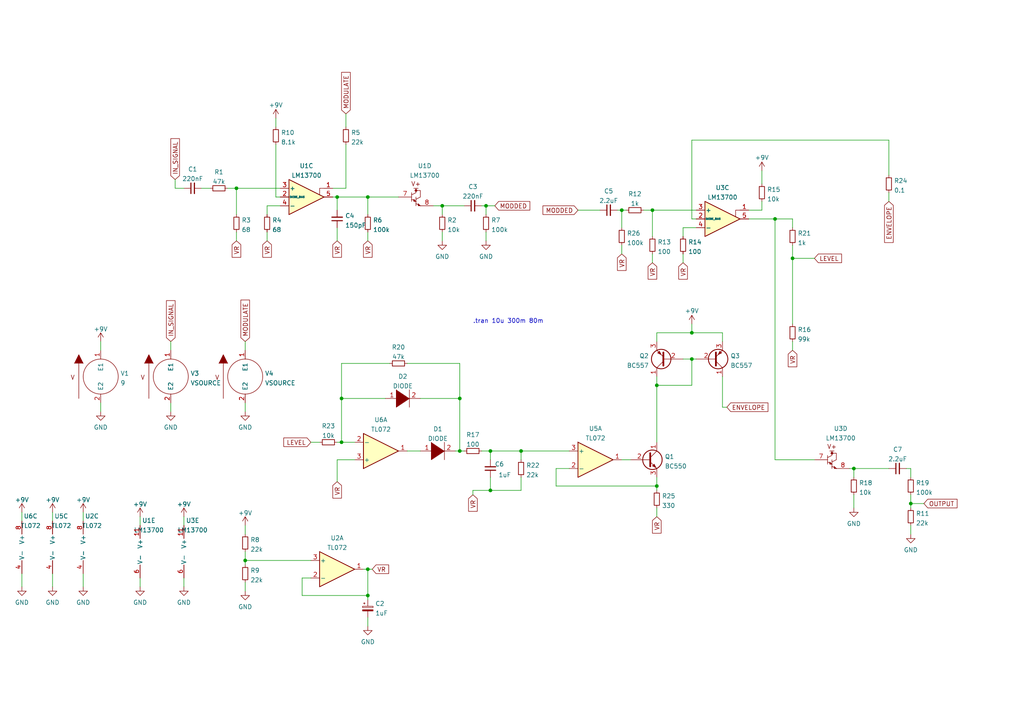
<source format=kicad_sch>
(kicad_sch (version 20211123) (generator eeschema)
  (paper "A4")
  (lib_symbols
    (symbol "Amplifier_Operational:LM13700" (pin_names (offset 0.127))
      (property "Reference" "U" (at 3.81 5.08 0))
      (property "Value" "LM13700" (at 5.08 -5.08 0))
      (symbol "LM13700_1_1"
        (polyline (pts (xy 3.81 -0.635) (xy 3.81 -2.54) (xy 5.08 -2.54)))
        (polyline (pts (xy 5.08 0) (xy -5.08 -5.08) (xy -5.08 5.08) (xy 5.08 0)) (stroke (width 0.254)) (fill (type background)))
        (pin output line (at 7.62 0 180) (length 2.54) (name "~") (number "12"))
        (pin input line (at -7.62 2.54 0) (length 2.54) (name "-") (number "13"))
        (pin input line (at -7.62 -2.54 0) (length 2.54) (name "+") (number "14"))
        (pin input line (at -7.62 0 0) (length 2.54) (name "DIODE_BIAS") (number "15"))
        (pin input line (at 7.62 -2.54 180) (length 2.54) (name "~") (number "16"))
      )
      (symbol "LM13700_2_0"
        (polyline (pts (xy -1.905 2.54) (xy -3.175 2.54)))
      )
      (symbol "LM13700_2_1"
        (circle (center -2.54 1.905) (radius 0.254) (stroke (width 0.254)) (fill (type outline)))
        (polyline (pts (xy -3.81 -0.635) (xy -2.54 -1.27)))
        (polyline (pts (xy -3.81 1.27) (xy -3.81 -1.27)))
        (polyline (pts (xy -2.54 -1.905) (xy -1.27 -2.54)))
        (polyline (pts (xy -2.54 0) (xy -2.54 -2.54)))
        (polyline (pts (xy -3.81 0.635) (xy -2.54 1.27) (xy -2.54 1.905) (xy -2.54 2.54)))
        (polyline (pts (xy -2.54 -1.27) (xy -3.175 -0.635) (xy -3.175 -1.27) (xy -2.54 -1.27)) (fill (type outline)))
        (polyline (pts (xy -2.54 -0.635) (xy -1.27 0) (xy -1.27 1.905) (xy -2.54 1.905)))
        (polyline (pts (xy -1.27 -2.54) (xy -1.905 -1.905) (xy -1.905 -2.54) (xy -1.27 -2.54)) (fill (type outline)))
        (text "V+" (at -2.54 3.81 0) (effects (font (size 1.27 1.27))))
        (pin input line (at -7.62 0 0) (length 3.81) (name "~") (number "10"))
        (pin output line (at 2.54 -2.54 180) (length 3.81) (name "~") (number "9"))
      )
      (symbol "LM13700_3_1"
        (polyline (pts (xy 3.81 -0.635) (xy 3.81 -2.54) (xy 5.08 -2.54)))
        (polyline (pts (xy 5.08 0) (xy -5.08 -5.08) (xy -5.08 5.08) (xy 5.08 0)) (stroke (width 0.254)) (fill (type background)))
        (pin input line (at 7.62 -2.54 180) (length 2.54) (name "~") (number "1"))
        (pin input line (at -7.62 0 0) (length 2.54) (name "DIODE_BIAS") (number "2"))
        (pin input line (at -7.62 -2.54 0) (length 2.54) (name "+") (number "3"))
        (pin input line (at -7.62 2.54 0) (length 2.54) (name "-") (number "4"))
        (pin output line (at 7.62 0 180) (length 2.54) (name "~") (number "5"))
      )
      (symbol "LM13700_4_0"
        (polyline (pts (xy -3.175 2.54) (xy -1.905 2.54)))
        (text "V+" (at -2.54 3.81 0) (effects (font (size 1.27 1.27))))
      )
      (symbol "LM13700_4_1"
        (circle (center -2.54 1.905) (radius 0.254) (stroke (width 0.254)) (fill (type outline)))
        (polyline (pts (xy -3.81 -0.635) (xy -2.54 -1.27)))
        (polyline (pts (xy -3.81 1.27) (xy -3.81 -1.27)))
        (polyline (pts (xy -2.54 -1.905) (xy -1.27 -2.54)))
        (polyline (pts (xy -2.54 0) (xy -2.54 -2.54)))
        (polyline (pts (xy -3.81 0.635) (xy -2.54 1.27) (xy -2.54 2.54)))
        (polyline (pts (xy -2.54 -1.27) (xy -3.175 -0.635) (xy -3.175 -1.27) (xy -2.54 -1.27)) (fill (type outline)))
        (polyline (pts (xy -2.54 -0.635) (xy -1.27 0) (xy -1.27 1.905) (xy -2.54 1.905)))
        (polyline (pts (xy -1.27 -2.54) (xy -1.905 -1.905) (xy -1.905 -2.54) (xy -1.27 -2.54)) (fill (type outline)))
        (pin input line (at -7.62 0 0) (length 3.81) (name "~") (number "7"))
        (pin output line (at 2.54 -2.54 180) (length 3.81) (name "~") (number "8"))
      )
      (symbol "LM13700_5_1"
        (pin power_in line (at -2.54 7.62 270) (length 3.81) (name "V+") (number "11"))
        (pin power_in line (at -2.54 -7.62 90) (length 3.81) (name "V-") (number "6"))
      )
    )
    (symbol "Amplifier_Operational:TL072" (pin_names (offset 0.127))
      (property "Reference" "U" (at 0 5.08 0))
      (property "Value" "TL072" (at 0 -5.08 0))
      (symbol "TL072_1_1"
        (polyline (pts (xy -5.08 5.08) (xy 5.08 0) (xy -5.08 -5.08) (xy -5.08 5.08)) (stroke (width 0.254)) (fill (type background)))
        (pin output line (at 7.62 0 180) (length 2.54) (name "~") (number "1"))
        (pin input line (at -7.62 -2.54 0) (length 2.54) (name "-") (number "2"))
        (pin input line (at -7.62 2.54 0) (length 2.54) (name "+") (number "3"))
      )
      (symbol "TL072_2_1"
        (polyline (pts (xy -5.08 5.08) (xy 5.08 0) (xy -5.08 -5.08) (xy -5.08 5.08)) (stroke (width 0.254)) (fill (type background)))
        (pin input line (at -7.62 2.54 0) (length 2.54) (name "+") (number "5"))
        (pin input line (at -7.62 -2.54 0) (length 2.54) (name "-") (number "6"))
        (pin output line (at 7.62 0 180) (length 2.54) (name "~") (number "7"))
      )
      (symbol "TL072_3_1"
        (pin power_in line (at -2.54 -7.62 90) (length 3.81) (name "V-") (number "4"))
        (pin power_in line (at -2.54 7.62 270) (length 3.81) (name "V+") (number "8"))
      )
    )
    (symbol "Device:CP_Small" (pin_numbers hide) (pin_names (offset 0.254) hide)
      (property "Reference" "C" (at 0.254 1.778 0))
      (property "Value" "CP_Small" (at 0.254 -2.032 0))
      (symbol "CP_Small_0_1"
        (rectangle (start -1.524 -0.3048) (end 1.524 -0.6858) (fill (type outline)))
        (rectangle (start -1.524 0.6858) (end 1.524 0.3048))
        (polyline (pts (xy -1.27 1.524) (xy -0.762 1.524)))
        (polyline (pts (xy -1.016 1.27) (xy -1.016 1.778)))
      )
      (symbol "CP_Small_1_1"
        (pin passive line (at 0 2.54 270) (length 1.8542) (name "~") (number "1"))
        (pin passive line (at 0 -2.54 90) (length 1.8542) (name "~") (number "2"))
      )
    )
    (symbol "Device:C_Small" (pin_numbers hide) (pin_names (offset 0.254) hide)
      (property "Reference" "C" (at 0.254 1.778 0))
      (property "Value" "C_Small" (at 0.254 -2.032 0))
      (symbol "C_Small_0_1"
        (polyline (pts (xy -1.524 -0.508) (xy 1.524 -0.508)) (stroke (width 0.3302)))
        (polyline (pts (xy -1.524 0.508) (xy 1.524 0.508)) (stroke (width 0.3048)))
      )
      (symbol "C_Small_1_1"
        (pin passive line (at 0 2.54 270) (length 2.032) (name "~") (number "1"))
        (pin passive line (at 0 -2.54 90) (length 2.032) (name "~") (number "2"))
      )
    )
    (symbol "Device:R_Small" (pin_numbers hide) (pin_names (offset 0.254) hide)
      (property "Reference" "R" (at 0.762 0.508 0))
      (property "Value" "R_Small" (at 0.762 -1.016 0))
      (symbol "R_Small_0_1"
        (rectangle (start -0.762 1.778) (end 0.762 -1.778) (stroke (width 0.2032)))
      )
      (symbol "R_Small_1_1"
        (pin passive line (at 0 2.54 270) (length 0.762) (name "~") (number "1"))
        (pin passive line (at 0 -2.54 90) (length 0.762) (name "~") (number "2"))
      )
    )
    (symbol "Transistor_BJT:BC550" (pin_names (offset 0) hide)
      (property "Reference" "Q" (at 5.08 1.905 0))
      (property "Value" "BC550" (at 5.08 0 0))
      (symbol "BC550_0_1"
        (polyline (pts (xy 0 0) (xy 0.635 0)))
        (polyline (pts (xy 0.635 0.635) (xy 2.54 2.54)))
        (polyline (pts (xy 0.635 -0.635) (xy 2.54 -2.54) (xy 2.54 -2.54)))
        (polyline (pts (xy 0.635 1.905) (xy 0.635 -1.905) (xy 0.635 -1.905)) (stroke (width 0.508)))
        (polyline (pts (xy 1.27 -1.778) (xy 1.778 -1.27) (xy 2.286 -2.286) (xy 1.27 -1.778) (xy 1.27 -1.778)) (fill (type outline)))
        (circle (center 1.27 0) (radius 2.8194) (stroke (width 0.254)))
      )
      (symbol "BC550_1_1"
        (pin passive line (at 2.54 5.08 270) (length 2.54) (name "C") (number "1"))
        (pin input line (at -5.08 0 0) (length 5.08) (name "B") (number "2"))
        (pin passive line (at 2.54 -5.08 90) (length 2.54) (name "E") (number "3"))
      )
    )
    (symbol "Transistor_BJT:BC557" (pin_names (offset 0) hide)
      (property "Reference" "Q" (at 5.08 1.905 0))
      (property "Value" "BC557" (at 5.08 0 0))
      (symbol "BC557_0_1"
        (polyline (pts (xy 0.635 0.635) (xy 2.54 2.54)))
        (polyline (pts (xy 0.635 -0.635) (xy 2.54 -2.54) (xy 2.54 -2.54)))
        (polyline (pts (xy 0.635 1.905) (xy 0.635 -1.905) (xy 0.635 -1.905)) (stroke (width 0.508)))
        (polyline (pts (xy 2.286 -1.778) (xy 1.778 -2.286) (xy 1.27 -1.27) (xy 2.286 -1.778) (xy 2.286 -1.778)) (fill (type outline)))
        (circle (center 1.27 0) (radius 2.8194) (stroke (width 0.254)))
      )
      (symbol "BC557_1_1"
        (pin passive line (at 2.54 5.08 270) (length 2.54) (name "C") (number "1"))
        (pin input line (at -5.08 0 0) (length 5.715) (name "B") (number "2"))
        (pin passive line (at 2.54 -5.08 90) (length 2.54) (name "E") (number "3"))
      )
    )
    (symbol "power:+9V" (power) (pin_names (offset 0))
      (property "Value" "+9V" (at 0 3.556 0))
      (symbol "+9V_0_1"
        (polyline (pts (xy -0.762 1.27) (xy 0 2.54)))
        (polyline (pts (xy 0 0) (xy 0 2.54)))
        (polyline (pts (xy 0 2.54) (xy 0.762 1.27)))
      )
      (symbol "+9V_1_1"
        (pin power_in line (at 0 0 90) (length 0) hide (name "+9V") (number "1"))
      )
    )
    (symbol "power:GND" (power) (pin_names (offset 0))
      (property "Value" "GND" (at 0 -3.81 0))
      (symbol "GND_0_1"
        (polyline (pts (xy 0 0) (xy 0 -1.27) (xy 1.27 -1.27) (xy 0 -2.54) (xy -1.27 -1.27) (xy 0 -1.27)))
      )
      (symbol "GND_1_1"
        (pin power_in line (at 0 0 270) (length 0) hide (name "GND") (number "1"))
      )
    )
    (symbol "pspice:DIODE" (pin_names (offset 1.016) hide)
      (property "Reference" "D" (at 0 3.81 0))
      (property "Value" "DIODE" (at 0 -4.445 0))
      (symbol "DIODE_0_1"
        (polyline (pts (xy 1.905 2.54) (xy 1.905 -2.54)))
        (polyline (pts (xy -1.905 2.54) (xy -1.905 -2.54) (xy 1.905 0)) (fill (type outline)))
      )
      (symbol "DIODE_1_1"
        (pin input line (at -5.08 0 0) (length 3.81) (name "K") (number "1"))
        (pin input line (at 5.08 0 180) (length 3.81) (name "A") (number "2"))
      )
    )
    (symbol "pspice:VSOURCE" (pin_names (offset 1.016))
      (property "Reference" "V" (at -6.35 7.62 0))
      (property "Value" "VSOURCE" (at 0 0 0))
      (symbol "VSOURCE_0_1"
        (polyline (pts (xy -6.35 -6.35) (xy -6.35 3.81)) (fill (type outline)))
        (polyline (pts (xy -7.62 3.81) (xy -6.35 6.35) (xy -5.08 3.81)) (fill (type outline)))
        (circle (center 0 0) (radius 5.08))
        (text "V" (at -8.128 -0.254 0) (effects (font (size 1.27 1.27))))
      )
      (symbol "VSOURCE_1_1"
        (pin input line (at 0 7.62 270) (length 2.54) (name "E1") (number "1"))
        (pin input line (at 0 -7.62 90) (length 2.54) (name "E2") (number "2"))
      )
    )
  )
  (junction (at 106.68 165.1))
  (junction (at 140.97 59.69))
  (junction (at 142.24 142.24))
  (junction (at 190.5 111.76))
  (junction (at 229.87 74.93))
  (junction (at 99.06 115.57))
  (junction (at 180.34 60.96))
  (junction (at 128.27 59.69))
  (junction (at 224.79 63.5))
  (junction (at 200.66 104.14))
  (junction (at 133.35 130.81))
  (junction (at 247.65 135.89))
  (junction (at 71.12 162.56))
  (junction (at 200.66 96.52))
  (junction (at 106.68 57.15))
  (junction (at 142.24 130.81))
  (junction (at 189.23 60.96))
  (junction (at 68.58 54.61))
  (junction (at 264.16 146.05))
  (junction (at 151.13 130.81))
  (junction (at 190.5 140.97))
  (junction (at 133.35 115.57))
  (junction (at 99.06 128.27))
  (junction (at 106.68 172.72))
  (junction (at 97.79 57.15))
  (wire (pts (xy 49.53 116.84) (xy 49.53 119.38)))
  (wire (pts (xy 71.12 160.02) (xy 71.12 162.56)))
  (wire (pts (xy 15.24 148.59) (xy 15.24 151.13)))
  (wire (pts (xy 50.8 52.07) (xy 50.8 54.61)))
  (wire (pts (xy 100.33 54.61) (xy 96.52 54.61)))
  (wire (pts (xy 133.35 105.41) (xy 133.35 115.57)))
  (wire (pts (xy 220.98 49.53) (xy 220.98 53.34)))
  (wire (pts (xy 264.16 146.05) (xy 267.97 146.05)))
  (wire (pts (xy 198.12 104.14) (xy 200.66 104.14)))
  (wire (pts (xy 247.65 135.89) (xy 257.81 135.89)))
  (wire (pts (xy 24.13 148.59) (xy 24.13 151.13)))
  (wire (pts (xy 77.47 59.69) (xy 77.47 62.23)))
  (wire (pts (xy 142.24 130.81) (xy 142.24 133.35)))
  (wire (pts (xy 190.5 138.43) (xy 190.5 140.97)))
  (wire (pts (xy 106.68 165.1) (xy 107.95 165.1)))
  (wire (pts (xy 200.66 96.52) (xy 209.55 96.52)))
  (wire (pts (xy 190.5 96.52) (xy 200.66 96.52)))
  (wire (pts (xy 217.17 63.5) (xy 224.79 63.5)))
  (wire (pts (xy 179.07 60.96) (xy 180.34 60.96)))
  (wire (pts (xy 180.34 60.96) (xy 181.61 60.96)))
  (wire (pts (xy 165.1 135.89) (xy 161.29 135.89)))
  (wire (pts (xy 180.34 71.12) (xy 180.34 73.66)))
  (wire (pts (xy 229.87 99.06) (xy 229.87 101.6)))
  (wire (pts (xy 111.76 115.57) (xy 99.06 115.57)))
  (wire (pts (xy 90.17 167.64) (xy 87.63 167.64)))
  (wire (pts (xy 71.12 152.4) (xy 71.12 154.94)))
  (wire (pts (xy 200.66 104.14) (xy 200.66 111.76)))
  (wire (pts (xy 68.58 54.61) (xy 68.58 62.23)))
  (wire (pts (xy 106.68 172.72) (xy 106.68 173.99)))
  (wire (pts (xy 80.01 57.15) (xy 81.28 57.15)))
  (wire (pts (xy 106.68 57.15) (xy 115.57 57.15)))
  (wire (pts (xy 66.04 54.61) (xy 68.58 54.61)))
  (wire (pts (xy 118.11 130.81) (xy 121.92 130.81)))
  (wire (pts (xy 229.87 71.12) (xy 229.87 74.93)))
  (wire (pts (xy 229.87 74.93) (xy 229.87 93.98)))
  (wire (pts (xy 200.66 93.98) (xy 200.66 96.52)))
  (wire (pts (xy 180.34 133.35) (xy 182.88 133.35)))
  (wire (pts (xy 58.42 54.61) (xy 60.96 54.61)))
  (wire (pts (xy 100.33 33.02) (xy 100.33 36.83)))
  (wire (pts (xy 97.79 128.27) (xy 99.06 128.27)))
  (wire (pts (xy 142.24 130.81) (xy 151.13 130.81)))
  (wire (pts (xy 132.08 130.81) (xy 133.35 130.81)))
  (wire (pts (xy 97.79 57.15) (xy 106.68 57.15)))
  (wire (pts (xy 189.23 73.66) (xy 189.23 76.2)))
  (wire (pts (xy 81.28 54.61) (xy 68.58 54.61)))
  (wire (pts (xy 24.13 166.37) (xy 24.13 170.18)))
  (wire (pts (xy 128.27 62.23) (xy 128.27 59.69)))
  (wire (pts (xy 15.24 166.37) (xy 15.24 170.18)))
  (wire (pts (xy 161.29 140.97) (xy 190.5 140.97)))
  (wire (pts (xy 49.53 99.06) (xy 49.53 101.6)))
  (wire (pts (xy 257.81 55.88) (xy 257.81 58.42)))
  (wire (pts (xy 106.68 57.15) (xy 106.68 62.23)))
  (wire (pts (xy 140.97 62.23) (xy 140.97 59.69)))
  (wire (pts (xy 106.68 179.07) (xy 106.68 181.61)))
  (wire (pts (xy 97.79 133.35) (xy 97.79 139.7)))
  (wire (pts (xy 247.65 135.89) (xy 247.65 138.43)))
  (wire (pts (xy 200.66 63.5) (xy 201.93 63.5)))
  (wire (pts (xy 151.13 142.24) (xy 142.24 142.24)))
  (wire (pts (xy 198.12 73.66) (xy 198.12 76.2)))
  (wire (pts (xy 6.35 148.59) (xy 6.35 151.13)))
  (wire (pts (xy 200.66 40.64) (xy 200.66 63.5)))
  (wire (pts (xy 190.5 111.76) (xy 190.5 128.27)))
  (wire (pts (xy 81.28 59.69) (xy 77.47 59.69)))
  (wire (pts (xy 151.13 130.81) (xy 151.13 133.35)))
  (wire (pts (xy 29.21 99.06) (xy 29.21 101.6)))
  (wire (pts (xy 106.68 165.1) (xy 105.41 165.1)))
  (wire (pts (xy 247.65 143.51) (xy 247.65 147.32)))
  (wire (pts (xy 224.79 133.35) (xy 236.22 133.35)))
  (wire (pts (xy 209.55 118.11) (xy 210.82 118.11)))
  (wire (pts (xy 99.06 115.57) (xy 99.06 128.27)))
  (wire (pts (xy 106.68 172.72) (xy 106.68 165.1)))
  (wire (pts (xy 71.12 99.06) (xy 71.12 101.6)))
  (wire (pts (xy 71.12 162.56) (xy 71.12 163.83)))
  (wire (pts (xy 264.16 143.51) (xy 264.16 146.05)))
  (wire (pts (xy 99.06 105.41) (xy 99.06 115.57)))
  (wire (pts (xy 142.24 138.43) (xy 142.24 142.24)))
  (wire (pts (xy 151.13 130.81) (xy 165.1 130.81)))
  (wire (pts (xy 80.01 34.29) (xy 80.01 36.83)))
  (wire (pts (xy 200.66 104.14) (xy 201.93 104.14)))
  (wire (pts (xy 139.7 130.81) (xy 142.24 130.81)))
  (wire (pts (xy 220.98 60.96) (xy 217.17 60.96)))
  (wire (pts (xy 128.27 59.69) (xy 125.73 59.69)))
  (wire (pts (xy 128.27 67.31) (xy 128.27 69.85)))
  (wire (pts (xy 257.81 40.64) (xy 200.66 40.64)))
  (wire (pts (xy 99.06 105.41) (xy 113.03 105.41)))
  (wire (pts (xy 87.63 167.64) (xy 87.63 172.72)))
  (wire (pts (xy 71.12 162.56) (xy 90.17 162.56)))
  (wire (pts (xy 264.16 146.05) (xy 264.16 147.32)))
  (wire (pts (xy 97.79 66.04) (xy 97.79 69.85)))
  (wire (pts (xy 50.8 54.61) (xy 53.34 54.61)))
  (wire (pts (xy 189.23 60.96) (xy 189.23 68.58)))
  (wire (pts (xy 77.47 67.31) (xy 77.47 69.85)))
  (wire (pts (xy 137.16 142.24) (xy 137.16 143.51)))
  (wire (pts (xy 264.16 135.89) (xy 264.16 138.43)))
  (wire (pts (xy 97.79 57.15) (xy 97.79 60.96)))
  (wire (pts (xy 106.68 67.31) (xy 106.68 69.85)))
  (wire (pts (xy 133.35 130.81) (xy 134.62 130.81)))
  (wire (pts (xy 71.12 116.84) (xy 71.12 119.38)))
  (wire (pts (xy 97.79 133.35) (xy 102.87 133.35)))
  (wire (pts (xy 201.93 60.96) (xy 189.23 60.96)))
  (wire (pts (xy 201.93 66.04) (xy 198.12 66.04)))
  (wire (pts (xy 53.34 149.86) (xy 53.34 152.4)))
  (wire (pts (xy 40.64 149.86) (xy 40.64 152.4)))
  (wire (pts (xy 264.16 152.4) (xy 264.16 154.94)))
  (wire (pts (xy 90.17 128.27) (xy 92.71 128.27)))
  (wire (pts (xy 100.33 41.91) (xy 100.33 54.61)))
  (wire (pts (xy 87.63 172.72) (xy 106.68 172.72)))
  (wire (pts (xy 29.21 116.84) (xy 29.21 119.38)))
  (wire (pts (xy 262.89 135.89) (xy 264.16 135.89)))
  (wire (pts (xy 209.55 96.52) (xy 209.55 99.06)))
  (wire (pts (xy 209.55 109.22) (xy 209.55 118.11)))
  (wire (pts (xy 198.12 66.04) (xy 198.12 68.58)))
  (wire (pts (xy 229.87 74.93) (xy 236.22 74.93)))
  (wire (pts (xy 142.24 142.24) (xy 137.16 142.24)))
  (wire (pts (xy 40.64 167.64) (xy 40.64 170.18)))
  (wire (pts (xy 224.79 63.5) (xy 224.79 133.35)))
  (wire (pts (xy 71.12 168.91) (xy 71.12 171.45)))
  (wire (pts (xy 96.52 57.15) (xy 97.79 57.15)))
  (wire (pts (xy 190.5 147.32) (xy 190.5 149.86)))
  (wire (pts (xy 180.34 60.96) (xy 180.34 66.04)))
  (wire (pts (xy 80.01 41.91) (xy 80.01 57.15)))
  (wire (pts (xy 224.79 63.5) (xy 229.87 63.5)))
  (wire (pts (xy 200.66 111.76) (xy 190.5 111.76)))
  (wire (pts (xy 140.97 59.69) (xy 143.51 59.69)))
  (wire (pts (xy 167.64 60.96) (xy 173.99 60.96)))
  (wire (pts (xy 190.5 99.06) (xy 190.5 96.52)))
  (wire (pts (xy 220.98 58.42) (xy 220.98 60.96)))
  (wire (pts (xy 190.5 111.76) (xy 190.5 109.22)))
  (wire (pts (xy 139.7 59.69) (xy 140.97 59.69)))
  (wire (pts (xy 190.5 140.97) (xy 190.5 142.24)))
  (wire (pts (xy 257.81 40.64) (xy 257.81 50.8)))
  (wire (pts (xy 186.69 60.96) (xy 189.23 60.96)))
  (wire (pts (xy 246.38 135.89) (xy 247.65 135.89)))
  (wire (pts (xy 140.97 67.31) (xy 140.97 69.85)))
  (wire (pts (xy 128.27 59.69) (xy 134.62 59.69)))
  (wire (pts (xy 53.34 167.64) (xy 53.34 170.18)))
  (wire (pts (xy 229.87 63.5) (xy 229.87 66.04)))
  (wire (pts (xy 6.35 166.37) (xy 6.35 170.18)))
  (wire (pts (xy 102.87 128.27) (xy 99.06 128.27)))
  (wire (pts (xy 118.11 105.41) (xy 133.35 105.41)))
  (wire (pts (xy 68.58 67.31) (xy 68.58 69.85)))
  (wire (pts (xy 121.92 115.57) (xy 133.35 115.57)))
  (wire (pts (xy 151.13 138.43) (xy 151.13 142.24)))
  (wire (pts (xy 161.29 135.89) (xy 161.29 140.97)))
  (wire (pts (xy 133.35 115.57) (xy 133.35 130.81)))
  (text ".tran 10u 300m 80m" (at 137.16 93.98 0) (effects (font (size 1.27 1.27)) (justify left bottom)))
  (global_label "VR" (shape input) (at 229.87 101.6 270) (property "Intersheet References" "${INTERSHEET_REFS}" (effects hide)))
  (global_label "MODULATE" (shape input) (at 71.12 99.06 90) (property "Intersheet References" "${INTERSHEET_REFS}" (effects hide)))
  (global_label "MODULATE" (shape input) (at 100.33 33.02 90) (property "Intersheet References" "${INTERSHEET_REFS}" (effects hide)))
  (global_label "LEVEL" (shape input) (at 90.17 128.27 180) (property "Intersheet References" "${INTERSHEET_REFS}" (effects hide)))
  (global_label "VR" (shape input) (at 198.12 76.2 270) (property "Intersheet References" "${INTERSHEET_REFS}" (effects hide)))
  (global_label "VR" (shape input) (at 97.79 69.85 270) (property "Intersheet References" "${INTERSHEET_REFS}" (effects hide)))
  (global_label "VR" (shape input) (at 68.58 69.85 270) (property "Intersheet References" "${INTERSHEET_REFS}" (effects hide)))
  (global_label "LEVEL" (shape input) (at 236.22 74.93 0) (property "Intersheet References" "${INTERSHEET_REFS}" (effects hide)))
  (global_label "VR" (shape input) (at 106.68 69.85 270) (property "Intersheet References" "${INTERSHEET_REFS}" (effects hide)))
  (global_label "ENVELOPE" (shape input) (at 257.81 58.42 270) (property "Intersheet References" "${INTERSHEET_REFS}" (effects hide)))
  (global_label "VR" (shape input) (at 97.79 139.7 270) (property "Intersheet References" "${INTERSHEET_REFS}" (effects hide)))
  (global_label "MODDED" (shape input) (at 143.51 59.69 0) (property "Intersheet References" "${INTERSHEET_REFS}" (effects hide)))
  (global_label "VR" (shape input) (at 137.16 143.51 270) (property "Intersheet References" "${INTERSHEET_REFS}" (effects hide)))
  (global_label "OUTPUT" (shape input) (at 267.97 146.05 0) (property "Intersheet References" "${INTERSHEET_REFS}" (effects hide)))
  (global_label "VR" (shape input) (at 189.23 76.2 270) (property "Intersheet References" "${INTERSHEET_REFS}" (effects hide)))
  (global_label "MODDED" (shape input) (at 167.64 60.96 180) (property "Intersheet References" "${INTERSHEET_REFS}" (effects hide)))
  (global_label "VR" (shape input) (at 180.34 73.66 270) (property "Intersheet References" "${INTERSHEET_REFS}" (effects hide)))
  (global_label "VR" (shape input) (at 77.47 69.85 270) (property "Intersheet References" "${INTERSHEET_REFS}" (effects hide)))
  (global_label "ENVELOPE" (shape input) (at 210.82 118.11 0) (property "Intersheet References" "${INTERSHEET_REFS}" (effects hide)))
  (global_label "VR" (shape input) (at 107.95 165.1 0) (property "Intersheet References" "${INTERSHEET_REFS}" (effects hide)))
  (global_label "IN_SIGNAL" (shape input) (at 49.53 99.06 90) (property "Intersheet References" "${INTERSHEET_REFS}" (effects hide)))
  (global_label "IN_SIGNAL" (shape input) (at 50.8 52.07 90) (property "Intersheet References" "${INTERSHEET_REFS}" (effects hide)))
  (global_label "VR" (shape input) (at 190.5 149.86 270) (property "Intersheet References" "${INTERSHEET_REFS}" (effects hide)))
  (symbol (lib_id "power:+9V") (at 24.13 148.59 0) (unit 1)
    (property "Reference" "#PWR012" (effects hide))
    (property "Value" "+9V" (at 24.13 144.9855 0))
  )
  (symbol (lib_id "power:GND") (at 40.64 170.18 0) (unit 1)
    (property "Reference" "#PWR07" (effects hide))
    (property "Value" "GND" (at 40.64 174.7425 0))
  )
  (symbol (lib_id "power:+9V") (at 15.24 148.59 0) (unit 1)
    (property "Reference" "#PWR021" (effects hide))
    (property "Value" "+9V" (at 15.24 144.9855 0))
  )
  (symbol (lib_id "power:+9V") (at 71.12 152.4 0) (unit 1)
    (property "Reference" "#PWR09" (effects hide))
    (property "Value" "+9V" (at 71.12 148.7955 0))
  )
  (symbol (lib_id "power:+9V") (at 6.35 148.59 0) (unit 1)
    (property "Reference" "#PWR023" (effects hide))
    (property "Value" "+9V" (at 6.35 144.9855 0))
  )
  (symbol (lib_id "power:GND") (at 71.12 119.38 0) (unit 1)
    (property "Reference" "#PWR013" (effects hide))
    (property "Value" "GND" (at 71.12 123.9425 0))
  )
  (symbol (lib_id "Device:R_Small") (at 100.33 39.37 0) (unit 1)
    (property "Reference" "R5" (at 101.8286 38.4615 0) (effects (justify left)))
    (property "Value" "22k" (at 101.8286 41.2366 0) (effects (justify left)))
  )
  (symbol (lib_id "Device:R_Small") (at 71.12 157.48 0) (unit 1)
    (property "Reference" "R8" (at 72.6186 156.5715 0) (effects (justify left)))
    (property "Value" "22k" (at 72.6186 159.3466 0) (effects (justify left)))
  )
  (symbol (lib_id "power:GND") (at 24.13 170.18 0) (unit 1)
    (property "Reference" "#PWR014" (effects hide))
    (property "Value" "GND" (at 24.13 174.7425 0))
  )
  (symbol (lib_id "Device:R_Small") (at 264.16 140.97 0) (unit 1)
    (property "Reference" "R19" (at 265.6586 140.0615 0) (effects (justify left)))
    (property "Value" "100k" (at 265.6586 142.8366 0) (effects (justify left)))
  )
  (symbol (lib_id "Device:R_Small") (at 184.15 60.96 90) (unit 1)
    (property "Reference" "R12" (at 184.15 56.2569 90))
    (property "Value" "1k" (at 184.15 59.032 90))
  )
  (symbol (lib_id "Device:R_Small") (at 180.34 68.58 0) (unit 1)
    (property "Reference" "R26" (at 181.8386 67.6715 0) (effects (justify left)))
    (property "Value" "100k" (at 181.8386 70.4466 0) (effects (justify left)))
  )
  (symbol (lib_id "power:GND") (at 53.34 170.18 0) (unit 1)
    (property "Reference" "#PWR04" (effects hide))
    (property "Value" "GND" (at 53.34 174.7425 0))
  )
  (symbol (lib_id "pspice:DIODE") (at 116.84 115.57 0) (unit 1)
    (property "Reference" "D2" (at 116.84 109.1905 0))
    (property "Value" "DIODE" (at 116.84 111.9656 0))
    (property "Spice_Primitive" "X" (effects hide))
    (property "Spice_Model" "1N4148" (effects hide))
    (property "Spice_Netlist_Enabled" "Y" (effects hide))
    (property "Spice_Lib_File" "1n4148.lib" (effects hide))
  )
  (symbol (lib_id "Device:R_Small") (at 106.68 64.77 0) (unit 1)
    (property "Reference" "R6" (at 108.1786 63.8615 0) (effects (justify left)))
    (property "Value" "100k" (at 108.1786 66.6366 0) (effects (justify left)))
  )
  (symbol (lib_id "Device:C_Small") (at 260.35 135.89 90) (unit 1)
    (property "Reference" "C7" (at 260.3563 130.3614 90))
    (property "Value" "2.2uF" (at 260.3563 133.1365 90))
  )
  (symbol (lib_id "Device:R_Small") (at 68.58 64.77 0) (unit 1)
    (property "Reference" "R3" (at 70.0786 63.8615 0) (effects (justify left)))
    (property "Value" "68" (at 70.0786 66.6366 0) (effects (justify left)))
  )
  (symbol (lib_id "Device:R_Small") (at 198.12 71.12 0) (unit 1)
    (property "Reference" "R14" (at 199.6186 70.2115 0) (effects (justify left)))
    (property "Value" "100" (at 199.6186 72.9866 0) (effects (justify left)))
  )
  (symbol (lib_id "Device:R_Small") (at 77.47 64.77 0) (unit 1)
    (property "Reference" "R4" (at 78.9686 63.8615 0) (effects (justify left)))
    (property "Value" "68" (at 78.9686 66.6366 0) (effects (justify left)))
  )
  (symbol (lib_id "Device:R_Small") (at 220.98 55.88 0) (unit 1)
    (property "Reference" "R15" (at 222.4786 54.9715 0) (effects (justify left)))
    (property "Value" "10k" (at 222.4786 57.7466 0) (effects (justify left)))
  )
  (symbol (lib_id "Amplifier_Operational:TL072") (at 172.72 133.35 0) (unit 1)
    (property "Reference" "U5" (at 172.72 124.3035 0))
    (property "Value" "TL072" (at 172.72 127.0786 0))
    (property "Datasheet" "http://www.ti.com/lit/ds/symlink/tl071.pdf" (effects hide))
    (property "Spice_Primitive" "X" (effects hide))
    (property "Spice_Model" "TL072" (effects hide))
    (property "Spice_Netlist_Enabled" "Y" (effects hide))
    (property "Spice_Lib_File" "TL072.301" (effects hide))
    (property "Spice_Node_Sequence" "3 2 8 4 1" (effects hide))
  )
  (symbol (lib_id "pspice:VSOURCE") (at 71.12 109.22 0) (unit 1)
    (property "Reference" "V4" (at 76.835 108.3115 0) (effects (justify left)))
    (property "Value" "VSOURCE" (at 76.835 111.0866 0) (effects (justify left)))
    (property "Spice_Primitive" "V" (effects hide))
    (property "Spice_Model" "dc 0 pulse(2 5 1m 1m 1m 100m 200m)" (effects hide))
    (property "Spice_Netlist_Enabled" "Y" (effects hide))
  )
  (symbol (lib_id "power:GND") (at 15.24 170.18 0) (unit 1)
    (property "Reference" "#PWR022" (effects hide))
    (property "Value" "GND" (at 15.24 174.7425 0))
  )
  (symbol (lib_id "Transistor_BJT:BC557") (at 193.04 104.14 180) (unit 1)
    (property "Reference" "Q2" (at 188.1886 103.2315 0) (effects (justify left)))
    (property "Value" "BC557" (at 188.1886 106.0066 0) (effects (justify left)))
    (property "Footprint" "Package_TO_SOT_THT:TO-92_Inline" (effects hide))
    (property "Datasheet" "https://www.onsemi.com/pub/Collateral/BC556BTA-D.pdf" (effects hide))
    (property "Spice_Primitive" "Q" (effects hide))
    (property "Spice_Model" "Qbc807-16lt1g" (effects hide))
    (property "Spice_Netlist_Enabled" "Y" (effects hide))
    (property "Spice_Lib_File" "BC807-16L_LIB.LIB" (effects hide))
  )
  (symbol (lib_id "Device:CP_Small") (at 106.68 176.53 0) (unit 1)
    (property "Reference" "C2" (at 108.839 175.0754 0) (effects (justify left)))
    (property "Value" "1uF" (at 108.839 177.8505 0) (effects (justify left)))
  )
  (symbol (lib_id "Amplifier_Operational:LM13700") (at 55.88 160.02 0) (unit 5)
    (property "Reference" "U3" (at 55.88 150.9735 0))
    (property "Value" "LM13700" (at 55.88 153.7486 0))
    (property "Datasheet" "http://www.ti.com/lit/ds/symlink/lm13700.pdf" (effects hide))
    (property "Spice_Primitive" "X" (effects hide))
    (property "Spice_Model" "LM13700/NS" (effects hide))
    (property "Spice_Netlist_Enabled" "Y" (effects hide))
    (property "Spice_Lib_File" "LM13700.MOD" (effects hide))
  )
  (symbol (lib_id "Amplifier_Operational:TL072") (at 110.49 130.81 0) (mirror x) (unit 1)
    (property "Reference" "U6" (at 110.49 121.7635 0))
    (property "Value" "TL072" (at 110.49 124.5386 0))
    (property "Datasheet" "http://www.ti.com/lit/ds/symlink/tl071.pdf" (effects hide))
    (property "Spice_Primitive" "X" (effects hide))
    (property "Spice_Model" "TL072" (effects hide))
    (property "Spice_Netlist_Enabled" "Y" (effects hide))
    (property "Spice_Lib_File" "TL072.301" (effects hide))
    (property "Spice_Node_Sequence" "3 2 8 4 1" (effects hide))
  )
  (symbol (lib_id "power:+9V") (at 53.34 149.86 0) (unit 1)
    (property "Reference" "#PWR03" (effects hide))
    (property "Value" "+9V" (at 53.34 146.2555 0))
  )
  (symbol (lib_id "power:+9V") (at 220.98 49.53 0) (unit 1)
    (property "Reference" "#PWR017" (effects hide))
    (property "Value" "+9V" (at 220.98 45.72 0))
  )
  (symbol (lib_id "power:GND") (at 106.68 181.61 0) (unit 1)
    (property "Reference" "#PWR015" (effects hide))
    (property "Value" "GND" (at 106.68 186.1725 0))
  )
  (symbol (lib_id "Device:C_Small") (at 55.88 54.61 90) (unit 1)
    (property "Reference" "C1" (at 55.8863 49.0814 90))
    (property "Value" "220nF" (at 55.8863 51.8565 90))
  )
  (symbol (lib_id "power:+9V") (at 200.66 93.98 0) (unit 1)
    (property "Reference" "#PWR020" (effects hide))
    (property "Value" "+9V" (at 200.66 90.17 0))
  )
  (symbol (lib_id "power:GND") (at 71.12 171.45 0) (unit 1)
    (property "Reference" "#PWR010" (effects hide))
    (property "Value" "GND" (at 71.12 176.0125 0))
  )
  (symbol (lib_id "Device:R_Small") (at 140.97 64.77 0) (unit 1)
    (property "Reference" "R7" (at 142.4686 63.8615 0) (effects (justify left)))
    (property "Value" "100k" (at 142.4686 66.6366 0) (effects (justify left)))
  )
  (symbol (lib_id "Amplifier_Operational:LM13700") (at 209.55 63.5 0) (mirror x) (unit 3)
    (property "Reference" "U3" (at 209.55 54.4535 0))
    (property "Value" "LM13700" (at 209.55 57.2286 0))
    (property "Datasheet" "http://www.ti.com/lit/ds/symlink/lm13700.pdf" (effects hide))
    (property "Spice_Primitive" "X" (effects hide))
    (property "Spice_Model" "LM13700/NS" (effects hide))
    (property "Spice_Netlist_Enabled" "Y" (effects hide))
    (property "Spice_Lib_File" "LM13700.MOD" (effects hide))
  )
  (symbol (lib_id "Amplifier_Operational:LM13700") (at 243.84 133.35 0) (unit 4)
    (property "Reference" "U3" (at 243.84 124.3035 0))
    (property "Value" "LM13700" (at 243.84 127.0786 0))
    (property "Datasheet" "http://www.ti.com/lit/ds/symlink/lm13700.pdf" (effects hide))
    (property "Spice_Primitive" "X" (effects hide))
    (property "Spice_Model" "LM13700/NS" (effects hide))
    (property "Spice_Netlist_Enabled" "Y" (effects hide))
    (property "Spice_Lib_File" "LM13700.MOD" (effects hide))
  )
  (symbol (lib_id "Device:R_Small") (at 63.5 54.61 90) (unit 1)
    (property "Reference" "R1" (at 63.5 49.9069 90))
    (property "Value" "47k" (at 63.5 52.682 90))
  )
  (symbol (lib_id "Amplifier_Operational:LM13700") (at 43.18 160.02 0) (unit 5)
    (property "Reference" "U1" (at 43.18 150.9735 0))
    (property "Value" "LM13700" (at 43.18 153.7486 0))
    (property "Datasheet" "http://www.ti.com/lit/ds/symlink/lm13700.pdf" (effects hide))
    (property "Spice_Primitive" "X" (effects hide))
    (property "Spice_Model" "LM13700/NS" (effects hide))
    (property "Spice_Netlist_Enabled" "Y" (effects hide))
    (property "Spice_Lib_File" "LM13700.MOD" (effects hide))
  )
  (symbol (lib_id "power:+9V") (at 80.01 34.29 0) (unit 1)
    (property "Reference" "#PWR016" (effects hide))
    (property "Value" "+9V" (at 80.01 30.48 0))
  )
  (symbol (lib_id "Amplifier_Operational:TL072") (at 26.67 158.75 0) (unit 3)
    (property "Reference" "U2" (at 26.67 149.7035 0))
    (property "Value" "TL072" (at 26.67 152.4786 0))
    (property "Datasheet" "http://www.ti.com/lit/ds/symlink/tl071.pdf" (effects hide))
    (property "Spice_Primitive" "X" (effects hide))
    (property "Spice_Model" "TL072" (effects hide))
    (property "Spice_Netlist_Enabled" "Y" (effects hide))
    (property "Spice_Lib_File" "TL072.301" (effects hide))
    (property "Spice_Node_Sequence" "3 2 8 4 1" (effects hide))
  )
  (symbol (lib_id "Device:R_Small") (at 257.81 53.34 180) (unit 1)
    (property "Reference" "R24" (at 259.3086 52.4315 0) (effects (justify right)))
    (property "Value" "0.1" (at 259.3086 55.2066 0) (effects (justify right)))
  )
  (symbol (lib_id "Transistor_BJT:BC550") (at 187.96 133.35 0) (unit 1)
    (property "Reference" "Q1" (at 192.8114 132.4415 0) (effects (justify left)))
    (property "Value" "BC550" (at 192.8114 135.2166 0) (effects (justify left)))
    (property "Footprint" "Package_TO_SOT_THT:TO-92_Inline" (effects hide))
    (property "Datasheet" "https://www.onsemi.com/pub/Collateral/BC550-D.pdf" (effects hide))
    (property "Spice_Primitive" "Q" (effects hide))
    (property "Spice_Model" "BC549/550" (effects hide))
    (property "Spice_Netlist_Enabled" "Y" (effects hide))
    (property "Spice_Lib_File" "BC550.lib" (effects hide))
  )
  (symbol (lib_id "power:+9V") (at 29.21 99.06 0) (unit 1)
    (property "Reference" "#PWR01" (effects hide))
    (property "Value" "+9V" (at 29.21 95.4555 0))
  )
  (symbol (lib_id "power:GND") (at 264.16 154.94 0) (unit 1)
    (property "Reference" "#PWR018" (effects hide))
    (property "Value" "GND" (at 264.16 159.5025 0))
  )
  (symbol (lib_id "power:+9V") (at 40.64 149.86 0) (unit 1)
    (property "Reference" "#PWR06" (effects hide))
    (property "Value" "+9V" (at 40.64 146.2555 0))
  )
  (symbol (lib_id "Device:R_Small") (at 71.12 166.37 0) (unit 1)
    (property "Reference" "R9" (at 72.6186 165.4615 0) (effects (justify left)))
    (property "Value" "22k" (at 72.6186 168.2366 0) (effects (justify left)))
  )
  (symbol (lib_id "Device:R_Small") (at 229.87 68.58 0) (unit 1)
    (property "Reference" "R21" (at 231.3686 67.6715 0) (effects (justify left)))
    (property "Value" "1k" (at 231.3686 70.4466 0) (effects (justify left)))
  )
  (symbol (lib_id "Device:C_Small") (at 137.16 59.69 90) (unit 1)
    (property "Reference" "C3" (at 137.1663 54.1614 90))
    (property "Value" "220nF" (at 137.1663 56.9365 90))
  )
  (symbol (lib_id "Transistor_BJT:BC557") (at 207.01 104.14 0) (mirror x) (unit 1)
    (property "Reference" "Q3" (at 211.8614 103.2315 0) (effects (justify left)))
    (property "Value" "BC557" (at 211.8614 106.0066 0) (effects (justify left)))
    (property "Footprint" "Package_TO_SOT_THT:TO-92_Inline" (effects hide))
    (property "Datasheet" "https://www.onsemi.com/pub/Collateral/BC556BTA-D.pdf" (effects hide))
    (property "Spice_Primitive" "Q" (effects hide))
    (property "Spice_Model" "Qbc807-16lt1g" (effects hide))
    (property "Spice_Netlist_Enabled" "Y" (effects hide))
    (property "Spice_Lib_File" "BC807-16L_LIB.LIB" (effects hide))
  )
  (symbol (lib_id "power:GND") (at 128.27 69.85 0) (unit 1)
    (property "Reference" "#PWR08" (effects hide))
    (property "Value" "GND" (at 128.27 74.4125 0))
  )
  (symbol (lib_id "power:GND") (at 6.35 170.18 0) (unit 1)
    (property "Reference" "#PWR024" (effects hide))
    (property "Value" "GND" (at 6.35 174.7425 0))
  )
  (symbol (lib_id "Device:R_Small") (at 229.87 96.52 0) (unit 1)
    (property "Reference" "R16" (at 231.3686 95.6115 0) (effects (justify left)))
    (property "Value" "99k" (at 231.3686 98.3866 0) (effects (justify left)))
  )
  (symbol (lib_id "Device:R_Small") (at 80.01 39.37 0) (unit 1)
    (property "Reference" "R10" (at 81.5086 38.4615 0) (effects (justify left)))
    (property "Value" "8.1k" (at 81.5086 41.2366 0) (effects (justify left)))
  )
  (symbol (lib_id "Amplifier_Operational:TL072") (at 8.89 158.75 0) (unit 3)
    (property "Reference" "U6" (at 8.89 149.7035 0))
    (property "Value" "TL072" (at 8.89 152.4786 0))
    (property "Datasheet" "http://www.ti.com/lit/ds/symlink/tl071.pdf" (effects hide))
    (property "Spice_Primitive" "X" (effects hide))
    (property "Spice_Model" "TL072" (effects hide))
    (property "Spice_Netlist_Enabled" "Y" (effects hide))
    (property "Spice_Lib_File" "TL072.301" (effects hide))
    (property "Spice_Node_Sequence" "3 2 8 4 1" (effects hide))
  )
  (symbol (lib_id "Amplifier_Operational:LM13700") (at 88.9 57.15 0) (mirror x) (unit 3)
    (property "Reference" "U1" (at 88.9 48.1035 0))
    (property "Value" "LM13700" (at 88.9 50.8786 0))
    (property "Datasheet" "http://www.ti.com/lit/ds/symlink/lm13700.pdf" (effects hide))
    (property "Spice_Primitive" "X" (effects hide))
    (property "Spice_Model" "LM13700/NS" (effects hide))
    (property "Spice_Netlist_Enabled" "Y" (effects hide))
    (property "Spice_Lib_File" "LM13700.MOD" (effects hide))
  )
  (symbol (lib_id "Device:R_Small") (at 137.16 130.81 90) (unit 1)
    (property "Reference" "R17" (at 137.16 126.1069 90))
    (property "Value" "100" (at 137.16 128.882 90))
  )
  (symbol (lib_id "Device:C_Small") (at 97.79 63.5 180) (unit 1)
    (property "Reference" "C4" (at 100.1141 62.5851 0) (effects (justify right)))
    (property "Value" "150pF" (at 100.1141 65.3602 0) (effects (justify right)))
  )
  (symbol (lib_id "pspice:VSOURCE") (at 29.21 109.22 0) (unit 1)
    (property "Reference" "V1" (at 34.925 108.3115 0) (effects (justify left)))
    (property "Value" "9V" (at 34.925 111.0866 0) (effects (justify left)))
    (property "Spice_Primitive" "V" (effects hide))
    (property "Spice_Model" "dc 9" (effects hide))
    (property "Spice_Netlist_Enabled" "Y" (effects hide))
  )
  (symbol (lib_id "Device:R_Small") (at 115.57 105.41 90) (unit 1)
    (property "Reference" "R20" (at 115.57 100.7069 90))
    (property "Value" "47k" (at 115.57 103.482 90))
  )
  (symbol (lib_id "power:GND") (at 29.21 119.38 0) (unit 1)
    (property "Reference" "#PWR02" (effects hide))
    (property "Value" "GND" (at 29.21 123.9425 0))
  )
  (symbol (lib_id "Device:R_Small") (at 128.27 64.77 0) (unit 1)
    (property "Reference" "R2" (at 129.7686 63.8615 0) (effects (justify left)))
    (property "Value" "10k" (at 129.7686 66.6366 0) (effects (justify left)))
  )
  (symbol (lib_id "Device:R_Small") (at 189.23 71.12 0) (unit 1)
    (property "Reference" "R13" (at 190.7286 70.2115 0) (effects (justify left)))
    (property "Value" "100" (at 190.7286 72.9866 0) (effects (justify left)))
  )
  (symbol (lib_id "power:GND") (at 247.65 147.32 0) (unit 1)
    (property "Reference" "#PWR019" (effects hide))
    (property "Value" "GND" (at 247.65 151.8825 0))
  )
  (symbol (lib_id "Amplifier_Operational:TL072") (at 97.79 165.1 0) (unit 1)
    (property "Reference" "U2" (at 97.79 156.0535 0))
    (property "Value" "TL072" (at 97.79 158.8286 0))
    (property "Datasheet" "http://www.ti.com/lit/ds/symlink/tl071.pdf" (effects hide))
    (property "Spice_Primitive" "X" (effects hide))
    (property "Spice_Model" "TL072" (effects hide))
    (property "Spice_Netlist_Enabled" "Y" (effects hide))
    (property "Spice_Lib_File" "TL072.301" (effects hide))
    (property "Spice_Node_Sequence" "3 2 8 4 1" (effects hide))
  )
  (symbol (lib_id "Device:C_Small") (at 176.53 60.96 90) (unit 1)
    (property "Reference" "C5" (at 176.5363 55.4314 90))
    (property "Value" "2.2uF" (at 176.5363 58.2065 90))
  )
  (symbol (lib_id "Device:R_Small") (at 95.25 128.27 270) (unit 1)
    (property "Reference" "R23" (at 95.25 123.5669 90))
    (property "Value" "10k" (at 95.25 126.342 90))
  )
  (symbol (lib_id "pspice:DIODE") (at 127 130.81 0) (unit 1)
    (property "Reference" "D1" (at 127 124.4305 0))
    (property "Value" "DIODE" (at 127 127.2056 0))
    (property "Spice_Primitive" "X" (effects hide))
    (property "Spice_Model" "1N4148" (effects hide))
    (property "Spice_Netlist_Enabled" "Y" (effects hide))
    (property "Spice_Lib_File" "1n4148.lib" (effects hide))
  )
  (symbol (lib_id "Device:R_Small") (at 151.13 135.89 180) (unit 1)
    (property "Reference" "R22" (at 152.6286 134.9815 0) (effects (justify right)))
    (property "Value" "22k" (at 152.6286 137.7566 0) (effects (justify right)))
  )
  (symbol (lib_id "power:GND") (at 49.53 119.38 0) (unit 1)
    (property "Reference" "#PWR05" (effects hide))
    (property "Value" "GND" (at 49.53 123.9425 0))
  )
  (symbol (lib_id "pspice:VSOURCE") (at 49.53 109.22 0) (unit 1)
    (property "Reference" "V3" (at 55.245 108.3115 0) (effects (justify left)))
    (property "Value" "VSOURCE" (at 55.245 111.0866 0) (effects (justify left)))
    (property "Spice_Primitive" "V" (effects hide))
    (property "Spice_Model" "dc 0 ac 500m sin(0 500m 1k)" (effects hide))
    (property "Spice_Netlist_Enabled" "Y" (effects hide))
  )
  (symbol (lib_id "Device:R_Small") (at 264.16 149.86 0) (unit 1)
    (property "Reference" "R11" (at 265.6586 148.9515 0) (effects (justify left)))
    (property "Value" "22k" (at 265.6586 151.7266 0) (effects (justify left)))
  )
  (symbol (lib_id "power:GND") (at 140.97 69.85 0) (unit 1)
    (property "Reference" "#PWR011" (effects hide))
    (property "Value" "GND" (at 140.97 74.4125 0))
  )
  (symbol (lib_id "Device:R_Small") (at 247.65 140.97 180) (unit 1)
    (property "Reference" "R18" (at 249.1486 140.0615 0) (effects (justify right)))
    (property "Value" "10k" (at 249.1486 142.8366 0) (effects (justify right)))
  )
  (symbol (lib_id "Device:C_Small") (at 142.24 135.89 180) (unit 1)
    (property "Reference" "C6" (at 143.51 134.62 0) (effects (justify right)))
    (property "Value" "1uF" (at 144.5641 137.7502 0) (effects (justify right)))
  )
  (symbol (lib_id "Amplifier_Operational:LM13700") (at 123.19 57.15 0) (unit 4)
    (property "Reference" "U1" (at 123.19 48.1035 0))
    (property "Value" "LM13700" (at 123.19 50.8786 0))
    (property "Datasheet" "http://www.ti.com/lit/ds/symlink/lm13700.pdf" (effects hide))
    (property "Spice_Primitive" "X" (effects hide))
    (property "Spice_Model" "LM13700/NS" (effects hide))
    (property "Spice_Netlist_Enabled" "Y" (effects hide))
    (property "Spice_Lib_File" "LM13700.MOD" (effects hide))
  )
  (symbol (lib_id "Amplifier_Operational:TL072") (at 17.78 158.75 0) (unit 3)
    (property "Reference" "U5" (at 17.78 149.7035 0))
    (property "Value" "TL072" (at 17.78 152.4786 0))
    (property "Datasheet" "http://www.ti.com/lit/ds/symlink/tl071.pdf" (effects hide))
    (property "Spice_Primitive" "X" (effects hide))
    (property "Spice_Model" "TL072" (effects hide))
    (property "Spice_Netlist_Enabled" "Y" (effects hide))
    (property "Spice_Lib_File" "TL072.301" (effects hide))
    (property "Spice_Node_Sequence" "3 2 8 4 1" (effects hide))
  )
  (symbol (lib_id "Device:R_Small") (at 190.5 144.78 0) (unit 1)
    (property "Reference" "R25" (at 191.9986 143.8715 0) (effects (justify left)))
    (property "Value" "330" (at 191.9986 146.6466 0) (effects (justify left)))
  )
)
</source>
